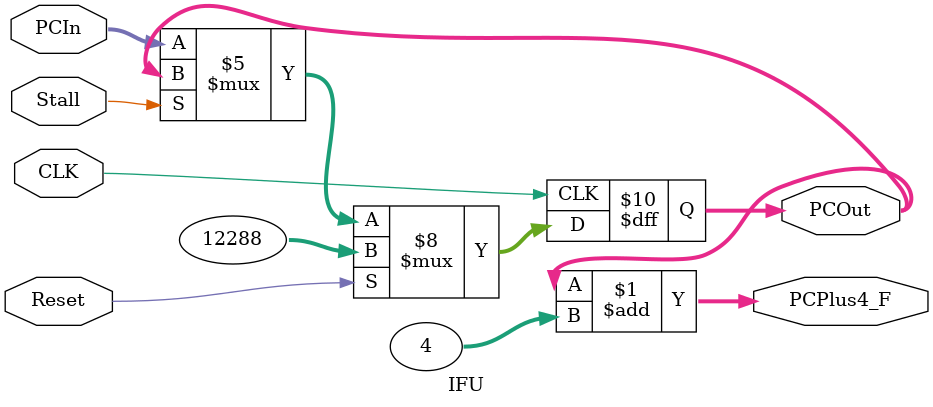
<source format=v>
`timescale 1ns / 1ps
module PIPELINE_F(
	input CLK,   									//ÊäÈëÊ±ÖÓÐÅºÅ
	input Reset,									//ÊäÈë¸´Î»ÐÅºÅ
	input Stall,									//ÊäÈëÔÝÍ£ÐÅºÅ
	input PCSel,									//ÊäÈëPCÑ¡ÔñÐÅºÅ
	input [31:0] NPCOut,							//ÊäÈëPC¿ÉÄÜµÄÖµ
	//input [31:0] GRF_RD1,						//¶ª¸øNPC²¿·Ö
	output [31:0] Instr_F,						//Êä³öÖ¸Áî
	output [31:0] PCPlus4_F						//Êä³öPC+4
	);
	wire [31:0] PCOut, PCIn;
	
	IM im(
	.InstrAddr(PCOut),							//Á¬½Óµ½IFUµÄPCOut£¬×÷ÎªÖ¸ÁîµØÖ·
	
	.Instr_F(Instr_F)								//Á¬½Óµ½PIPELINE_FµÄÊä³ö£¬×÷ÎªÖ¸ÁîÊä³ö
	);
	
	IFU ifu(
	.PCIn(PCIn),									//PCµÄÊäÈë£¬Á¬½Óµ½MUXPCµÄÊä³ö
	.CLK(CLK),										//Ê±ÖÓÐÅºÅ
	.Reset(Reset),									//¸´Î»ÐÅºÅ
	.Stall(Stall),									//ÔÝÍ£ÐÅºÅ
	
	.PCOut(PCOut),									//Êä³öµ±Ç°PCÖµ£¬Á¬½Óµ½IMµÄµØÖ·ÊäÈë
	.PCPlus4_F(PCPlus4_F)						//Êä³öµ±Ç°PC+4£¬Á¬½Óµ½PIPELINE_FµÄÊä³ö£¬×÷ÎªPC+4Êä³ö
	);
	
	MUX_2_1_32 muxpc(
	.A(PCPlus4_F),									//ÊäÈëPC+4
	.B(NPCOut),										//ÊäÈëÀ´×ÔNPCµÄ¿ÉÄÜµÄÖµ
	.Sel(PCSel),									//PCµÄÑ¡ÔñÐÅºÅ
	
	.C(PCIn)											//PCµÄÊäÈë
	);
	
	
endmodule
//////////////////////////////////////////////////////////////////////////////////
module IM(
	 input [31:0] InstrAddr,					//ÊäÈëÖ¸ÁîµØÖ·ÐÅºÅ
	 output [31:0] Instr_F						//Êä³öÖ¸Áî
    );
	reg [31:0] IM[0:1023];
	
	initial begin
		$readmemh("code.txt",IM);
	end
	assign Instr_F = IM[InstrAddr[11:2]];
endmodule
//////////////////////////////////////////////////////////////////////////////////


//////////////////////////////////////////////////////////////////////////////////
module IFU(
	input CLK,										//ÊäÈëÊ±ÖÓÐÅºÅ
	input Reset,									//ÊäÈë¸´Î»ÐÅºÅ
	input Stall,									//ÊäÈëÔÝÍ£ÐÅºÅ
	input [31:0] PCIn,							//ÊäÈëÏÂÒ»ÌõPCµÄÖµ
	output [31:0] PCPlus4_F,					//Êä³öµ±Ç°µÄPC+4
	output reg [31:0] PCOut = 32'h00003000 //Êä³öµ±Ç°µÄPC
	);
	
	assign PCPlus4_F = PCOut + 4;				//PC+4 
	
	always @ (posedge CLK)begin
		if(Reset)									//Èç¹û¸´Î»ÔòÖÃÎª0x3000
			PCOut <= 32'h00003000;
		else if(~Stall)							//·ñÔò²»¸´Î»µÄ»°£¬Èç¹û²»ÔÝÍ££¬¾Í¸üÐÂ£¬ÔÝÍ£¾Í²»±ä
			PCOut <= PCIn;
	end
endmodule
//////////////////////////////////////////////////////////////////////////////////


</source>
